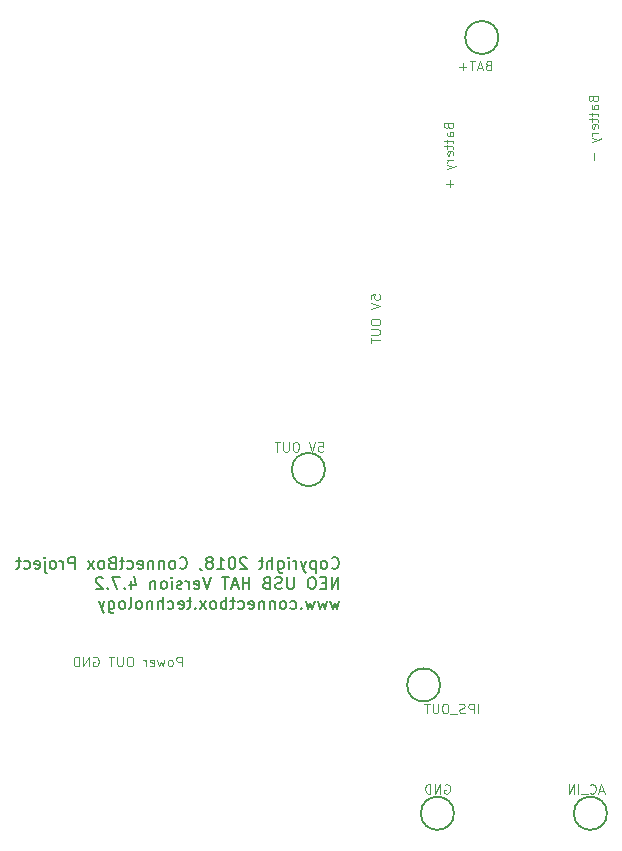
<source format=gbr>
G04 #@! TF.FileFunction,Legend,Bot*
%FSLAX46Y46*%
G04 Gerber Fmt 4.6, Leading zero omitted, Abs format (unit mm)*
G04 Created by KiCad (PCBNEW 4.0.6) date Monday, July 30, 2018 'PMt' 08:55:28 PM*
%MOMM*%
%LPD*%
G01*
G04 APERTURE LIST*
%ADD10C,0.100000*%
%ADD11C,0.125000*%
%ADD12C,0.200000*%
%ADD13C,0.150000*%
G04 APERTURE END LIST*
D10*
D11*
X173488161Y-130841733D02*
X173107209Y-130841733D01*
X173564352Y-131070305D02*
X173297685Y-130270305D01*
X173031018Y-131070305D01*
X172307209Y-130994114D02*
X172345304Y-131032210D01*
X172459590Y-131070305D01*
X172535780Y-131070305D01*
X172650066Y-131032210D01*
X172726257Y-130956019D01*
X172764352Y-130879829D01*
X172802447Y-130727448D01*
X172802447Y-130613162D01*
X172764352Y-130460781D01*
X172726257Y-130384590D01*
X172650066Y-130308400D01*
X172535780Y-130270305D01*
X172459590Y-130270305D01*
X172345304Y-130308400D01*
X172307209Y-130346495D01*
X172154828Y-131146495D02*
X171545304Y-131146495D01*
X171354828Y-131070305D02*
X171354828Y-130270305D01*
X170973876Y-131070305D02*
X170973876Y-130270305D01*
X170516733Y-131070305D01*
X170516733Y-130270305D01*
X149326399Y-101314305D02*
X149707352Y-101314305D01*
X149745447Y-101695257D01*
X149707352Y-101657162D01*
X149631161Y-101619067D01*
X149440685Y-101619067D01*
X149364495Y-101657162D01*
X149326399Y-101695257D01*
X149288304Y-101771448D01*
X149288304Y-101961924D01*
X149326399Y-102038114D01*
X149364495Y-102076210D01*
X149440685Y-102114305D01*
X149631161Y-102114305D01*
X149707352Y-102076210D01*
X149745447Y-102038114D01*
X149059733Y-101314305D02*
X148793066Y-102114305D01*
X148526399Y-101314305D01*
X147497828Y-101314305D02*
X147345447Y-101314305D01*
X147269256Y-101352400D01*
X147193066Y-101428590D01*
X147154971Y-101580971D01*
X147154971Y-101847638D01*
X147193066Y-102000019D01*
X147269256Y-102076210D01*
X147345447Y-102114305D01*
X147497828Y-102114305D01*
X147574018Y-102076210D01*
X147650209Y-102000019D01*
X147688304Y-101847638D01*
X147688304Y-101580971D01*
X147650209Y-101428590D01*
X147574018Y-101352400D01*
X147497828Y-101314305D01*
X146812114Y-101314305D02*
X146812114Y-101961924D01*
X146774019Y-102038114D01*
X146735923Y-102076210D01*
X146659733Y-102114305D01*
X146507352Y-102114305D01*
X146431161Y-102076210D01*
X146393066Y-102038114D01*
X146354971Y-101961924D01*
X146354971Y-101314305D01*
X146088305Y-101314305D02*
X145631162Y-101314305D01*
X145859733Y-102114305D02*
X145859733Y-101314305D01*
X162858171Y-124263105D02*
X162858171Y-123463105D01*
X162477219Y-124263105D02*
X162477219Y-123463105D01*
X162172457Y-123463105D01*
X162096266Y-123501200D01*
X162058171Y-123539295D01*
X162020076Y-123615486D01*
X162020076Y-123729771D01*
X162058171Y-123805962D01*
X162096266Y-123844057D01*
X162172457Y-123882152D01*
X162477219Y-123882152D01*
X161715314Y-124225010D02*
X161601028Y-124263105D01*
X161410552Y-124263105D01*
X161334362Y-124225010D01*
X161296266Y-124186914D01*
X161258171Y-124110724D01*
X161258171Y-124034533D01*
X161296266Y-123958343D01*
X161334362Y-123920248D01*
X161410552Y-123882152D01*
X161562933Y-123844057D01*
X161639124Y-123805962D01*
X161677219Y-123767867D01*
X161715314Y-123691676D01*
X161715314Y-123615486D01*
X161677219Y-123539295D01*
X161639124Y-123501200D01*
X161562933Y-123463105D01*
X161372457Y-123463105D01*
X161258171Y-123501200D01*
X161105790Y-124339295D02*
X160496266Y-124339295D01*
X160153409Y-123463105D02*
X160001028Y-123463105D01*
X159924837Y-123501200D01*
X159848647Y-123577390D01*
X159810552Y-123729771D01*
X159810552Y-123996438D01*
X159848647Y-124148819D01*
X159924837Y-124225010D01*
X160001028Y-124263105D01*
X160153409Y-124263105D01*
X160229599Y-124225010D01*
X160305790Y-124148819D01*
X160343885Y-123996438D01*
X160343885Y-123729771D01*
X160305790Y-123577390D01*
X160229599Y-123501200D01*
X160153409Y-123463105D01*
X159467695Y-123463105D02*
X159467695Y-124110724D01*
X159429600Y-124186914D01*
X159391504Y-124225010D01*
X159315314Y-124263105D01*
X159162933Y-124263105D01*
X159086742Y-124225010D01*
X159048647Y-124186914D01*
X159010552Y-124110724D01*
X159010552Y-123463105D01*
X158743886Y-123463105D02*
X158286743Y-123463105D01*
X158515314Y-124263105D02*
X158515314Y-123463105D01*
X163696514Y-69411857D02*
X163582228Y-69449952D01*
X163544133Y-69488048D01*
X163506038Y-69564238D01*
X163506038Y-69678524D01*
X163544133Y-69754714D01*
X163582228Y-69792810D01*
X163658419Y-69830905D01*
X163963181Y-69830905D01*
X163963181Y-69030905D01*
X163696514Y-69030905D01*
X163620324Y-69069000D01*
X163582228Y-69107095D01*
X163544133Y-69183286D01*
X163544133Y-69259476D01*
X163582228Y-69335667D01*
X163620324Y-69373762D01*
X163696514Y-69411857D01*
X163963181Y-69411857D01*
X163201276Y-69602333D02*
X162820324Y-69602333D01*
X163277467Y-69830905D02*
X163010800Y-69030905D01*
X162744133Y-69830905D01*
X162591753Y-69030905D02*
X162134610Y-69030905D01*
X162363181Y-69830905D02*
X162363181Y-69030905D01*
X161867943Y-69526143D02*
X161258419Y-69526143D01*
X161563181Y-69830905D02*
X161563181Y-69221381D01*
X160045323Y-130308400D02*
X160121514Y-130270305D01*
X160235799Y-130270305D01*
X160350085Y-130308400D01*
X160426276Y-130384590D01*
X160464371Y-130460781D01*
X160502466Y-130613162D01*
X160502466Y-130727448D01*
X160464371Y-130879829D01*
X160426276Y-130956019D01*
X160350085Y-131032210D01*
X160235799Y-131070305D01*
X160159609Y-131070305D01*
X160045323Y-131032210D01*
X160007228Y-130994114D01*
X160007228Y-130727448D01*
X160159609Y-130727448D01*
X159664371Y-131070305D02*
X159664371Y-130270305D01*
X159207228Y-131070305D01*
X159207228Y-130270305D01*
X158826276Y-131070305D02*
X158826276Y-130270305D01*
X158635800Y-130270305D01*
X158521514Y-130308400D01*
X158445323Y-130384590D01*
X158407228Y-130460781D01*
X158369133Y-130613162D01*
X158369133Y-130727448D01*
X158407228Y-130879829D01*
X158445323Y-130956019D01*
X158521514Y-131032210D01*
X158635800Y-131070305D01*
X158826276Y-131070305D01*
X153765305Y-89230401D02*
X153765305Y-88849448D01*
X154146257Y-88811353D01*
X154108162Y-88849448D01*
X154070067Y-88925639D01*
X154070067Y-89116115D01*
X154108162Y-89192305D01*
X154146257Y-89230401D01*
X154222448Y-89268496D01*
X154412924Y-89268496D01*
X154489114Y-89230401D01*
X154527210Y-89192305D01*
X154565305Y-89116115D01*
X154565305Y-88925639D01*
X154527210Y-88849448D01*
X154489114Y-88811353D01*
X153765305Y-89497067D02*
X154565305Y-89763734D01*
X153765305Y-90030401D01*
X153765305Y-91058972D02*
X153765305Y-91211353D01*
X153803400Y-91287544D01*
X153879590Y-91363734D01*
X154031971Y-91401829D01*
X154298638Y-91401829D01*
X154451019Y-91363734D01*
X154527210Y-91287544D01*
X154565305Y-91211353D01*
X154565305Y-91058972D01*
X154527210Y-90982782D01*
X154451019Y-90906591D01*
X154298638Y-90868496D01*
X154031971Y-90868496D01*
X153879590Y-90906591D01*
X153803400Y-90982782D01*
X153765305Y-91058972D01*
X153765305Y-91744686D02*
X154412924Y-91744686D01*
X154489114Y-91782781D01*
X154527210Y-91820877D01*
X154565305Y-91897067D01*
X154565305Y-92049448D01*
X154527210Y-92125639D01*
X154489114Y-92163734D01*
X154412924Y-92201829D01*
X153765305Y-92201829D01*
X153765305Y-92468495D02*
X153765305Y-92925638D01*
X154565305Y-92697067D02*
X153765305Y-92697067D01*
X172586657Y-72269657D02*
X172624752Y-72383943D01*
X172662848Y-72422038D01*
X172739038Y-72460133D01*
X172853324Y-72460133D01*
X172929514Y-72422038D01*
X172967610Y-72383943D01*
X173005705Y-72307752D01*
X173005705Y-72002990D01*
X172205705Y-72002990D01*
X172205705Y-72269657D01*
X172243800Y-72345847D01*
X172281895Y-72383943D01*
X172358086Y-72422038D01*
X172434276Y-72422038D01*
X172510467Y-72383943D01*
X172548562Y-72345847D01*
X172586657Y-72269657D01*
X172586657Y-72002990D01*
X173005705Y-73145847D02*
X172586657Y-73145847D01*
X172510467Y-73107752D01*
X172472371Y-73031562D01*
X172472371Y-72879181D01*
X172510467Y-72802990D01*
X172967610Y-73145847D02*
X173005705Y-73069657D01*
X173005705Y-72879181D01*
X172967610Y-72802990D01*
X172891419Y-72764895D01*
X172815229Y-72764895D01*
X172739038Y-72802990D01*
X172700943Y-72879181D01*
X172700943Y-73069657D01*
X172662848Y-73145847D01*
X172472371Y-73412514D02*
X172472371Y-73717276D01*
X172205705Y-73526800D02*
X172891419Y-73526800D01*
X172967610Y-73564895D01*
X173005705Y-73641086D01*
X173005705Y-73717276D01*
X172472371Y-73869657D02*
X172472371Y-74174419D01*
X172205705Y-73983943D02*
X172891419Y-73983943D01*
X172967610Y-74022038D01*
X173005705Y-74098229D01*
X173005705Y-74174419D01*
X172967610Y-74745848D02*
X173005705Y-74669658D01*
X173005705Y-74517277D01*
X172967610Y-74441086D01*
X172891419Y-74402991D01*
X172586657Y-74402991D01*
X172510467Y-74441086D01*
X172472371Y-74517277D01*
X172472371Y-74669658D01*
X172510467Y-74745848D01*
X172586657Y-74783943D01*
X172662848Y-74783943D01*
X172739038Y-74402991D01*
X173005705Y-75126800D02*
X172472371Y-75126800D01*
X172624752Y-75126800D02*
X172548562Y-75164895D01*
X172510467Y-75202991D01*
X172472371Y-75279181D01*
X172472371Y-75355372D01*
X172472371Y-75545848D02*
X173005705Y-75736324D01*
X172472371Y-75926800D02*
X173005705Y-75736324D01*
X173196181Y-75660133D01*
X173234276Y-75622038D01*
X173272371Y-75545848D01*
X172700943Y-76841086D02*
X172700943Y-77450610D01*
X160343857Y-74555657D02*
X160381952Y-74669943D01*
X160420048Y-74708038D01*
X160496238Y-74746133D01*
X160610524Y-74746133D01*
X160686714Y-74708038D01*
X160724810Y-74669943D01*
X160762905Y-74593752D01*
X160762905Y-74288990D01*
X159962905Y-74288990D01*
X159962905Y-74555657D01*
X160001000Y-74631847D01*
X160039095Y-74669943D01*
X160115286Y-74708038D01*
X160191476Y-74708038D01*
X160267667Y-74669943D01*
X160305762Y-74631847D01*
X160343857Y-74555657D01*
X160343857Y-74288990D01*
X160762905Y-75431847D02*
X160343857Y-75431847D01*
X160267667Y-75393752D01*
X160229571Y-75317562D01*
X160229571Y-75165181D01*
X160267667Y-75088990D01*
X160724810Y-75431847D02*
X160762905Y-75355657D01*
X160762905Y-75165181D01*
X160724810Y-75088990D01*
X160648619Y-75050895D01*
X160572429Y-75050895D01*
X160496238Y-75088990D01*
X160458143Y-75165181D01*
X160458143Y-75355657D01*
X160420048Y-75431847D01*
X160229571Y-75698514D02*
X160229571Y-76003276D01*
X159962905Y-75812800D02*
X160648619Y-75812800D01*
X160724810Y-75850895D01*
X160762905Y-75927086D01*
X160762905Y-76003276D01*
X160229571Y-76155657D02*
X160229571Y-76460419D01*
X159962905Y-76269943D02*
X160648619Y-76269943D01*
X160724810Y-76308038D01*
X160762905Y-76384229D01*
X160762905Y-76460419D01*
X160724810Y-77031848D02*
X160762905Y-76955658D01*
X160762905Y-76803277D01*
X160724810Y-76727086D01*
X160648619Y-76688991D01*
X160343857Y-76688991D01*
X160267667Y-76727086D01*
X160229571Y-76803277D01*
X160229571Y-76955658D01*
X160267667Y-77031848D01*
X160343857Y-77069943D01*
X160420048Y-77069943D01*
X160496238Y-76688991D01*
X160762905Y-77412800D02*
X160229571Y-77412800D01*
X160381952Y-77412800D02*
X160305762Y-77450895D01*
X160267667Y-77488991D01*
X160229571Y-77565181D01*
X160229571Y-77641372D01*
X160229571Y-77831848D02*
X160762905Y-78022324D01*
X160229571Y-78212800D02*
X160762905Y-78022324D01*
X160953381Y-77946133D01*
X160991476Y-77908038D01*
X161029571Y-77831848D01*
X160458143Y-79127086D02*
X160458143Y-79736610D01*
X160762905Y-79431848D02*
X160153381Y-79431848D01*
X137749981Y-120275305D02*
X137749981Y-119475305D01*
X137445219Y-119475305D01*
X137369028Y-119513400D01*
X137330933Y-119551495D01*
X137292838Y-119627686D01*
X137292838Y-119741971D01*
X137330933Y-119818162D01*
X137369028Y-119856257D01*
X137445219Y-119894352D01*
X137749981Y-119894352D01*
X136835695Y-120275305D02*
X136911886Y-120237210D01*
X136949981Y-120199114D01*
X136988076Y-120122924D01*
X136988076Y-119894352D01*
X136949981Y-119818162D01*
X136911886Y-119780067D01*
X136835695Y-119741971D01*
X136721409Y-119741971D01*
X136645219Y-119780067D01*
X136607124Y-119818162D01*
X136569028Y-119894352D01*
X136569028Y-120122924D01*
X136607124Y-120199114D01*
X136645219Y-120237210D01*
X136721409Y-120275305D01*
X136835695Y-120275305D01*
X136302361Y-119741971D02*
X136149980Y-120275305D01*
X135997599Y-119894352D01*
X135845218Y-120275305D01*
X135692837Y-119741971D01*
X135083314Y-120237210D02*
X135159504Y-120275305D01*
X135311885Y-120275305D01*
X135388076Y-120237210D01*
X135426171Y-120161019D01*
X135426171Y-119856257D01*
X135388076Y-119780067D01*
X135311885Y-119741971D01*
X135159504Y-119741971D01*
X135083314Y-119780067D01*
X135045219Y-119856257D01*
X135045219Y-119932448D01*
X135426171Y-120008638D01*
X134702362Y-120275305D02*
X134702362Y-119741971D01*
X134702362Y-119894352D02*
X134664267Y-119818162D01*
X134626171Y-119780067D01*
X134549981Y-119741971D01*
X134473790Y-119741971D01*
X133445219Y-119475305D02*
X133292838Y-119475305D01*
X133216647Y-119513400D01*
X133140457Y-119589590D01*
X133102362Y-119741971D01*
X133102362Y-120008638D01*
X133140457Y-120161019D01*
X133216647Y-120237210D01*
X133292838Y-120275305D01*
X133445219Y-120275305D01*
X133521409Y-120237210D01*
X133597600Y-120161019D01*
X133635695Y-120008638D01*
X133635695Y-119741971D01*
X133597600Y-119589590D01*
X133521409Y-119513400D01*
X133445219Y-119475305D01*
X132759505Y-119475305D02*
X132759505Y-120122924D01*
X132721410Y-120199114D01*
X132683314Y-120237210D01*
X132607124Y-120275305D01*
X132454743Y-120275305D01*
X132378552Y-120237210D01*
X132340457Y-120199114D01*
X132302362Y-120122924D01*
X132302362Y-119475305D01*
X132035696Y-119475305D02*
X131578553Y-119475305D01*
X131807124Y-120275305D02*
X131807124Y-119475305D01*
X130283314Y-119513400D02*
X130359505Y-119475305D01*
X130473790Y-119475305D01*
X130588076Y-119513400D01*
X130664267Y-119589590D01*
X130702362Y-119665781D01*
X130740457Y-119818162D01*
X130740457Y-119932448D01*
X130702362Y-120084829D01*
X130664267Y-120161019D01*
X130588076Y-120237210D01*
X130473790Y-120275305D01*
X130397600Y-120275305D01*
X130283314Y-120237210D01*
X130245219Y-120199114D01*
X130245219Y-119932448D01*
X130397600Y-119932448D01*
X129902362Y-120275305D02*
X129902362Y-119475305D01*
X129445219Y-120275305D01*
X129445219Y-119475305D01*
X129064267Y-120275305D02*
X129064267Y-119475305D01*
X128873791Y-119475305D01*
X128759505Y-119513400D01*
X128683314Y-119589590D01*
X128645219Y-119665781D01*
X128607124Y-119818162D01*
X128607124Y-119932448D01*
X128645219Y-120084829D01*
X128683314Y-120161019D01*
X128759505Y-120237210D01*
X128873791Y-120275305D01*
X129064267Y-120275305D01*
D12*
X150447476Y-111941143D02*
X150495095Y-111988762D01*
X150637952Y-112036381D01*
X150733190Y-112036381D01*
X150876048Y-111988762D01*
X150971286Y-111893524D01*
X151018905Y-111798286D01*
X151066524Y-111607810D01*
X151066524Y-111464952D01*
X151018905Y-111274476D01*
X150971286Y-111179238D01*
X150876048Y-111084000D01*
X150733190Y-111036381D01*
X150637952Y-111036381D01*
X150495095Y-111084000D01*
X150447476Y-111131619D01*
X149876048Y-112036381D02*
X149971286Y-111988762D01*
X150018905Y-111941143D01*
X150066524Y-111845905D01*
X150066524Y-111560190D01*
X150018905Y-111464952D01*
X149971286Y-111417333D01*
X149876048Y-111369714D01*
X149733190Y-111369714D01*
X149637952Y-111417333D01*
X149590333Y-111464952D01*
X149542714Y-111560190D01*
X149542714Y-111845905D01*
X149590333Y-111941143D01*
X149637952Y-111988762D01*
X149733190Y-112036381D01*
X149876048Y-112036381D01*
X149114143Y-111369714D02*
X149114143Y-112369714D01*
X149114143Y-111417333D02*
X149018905Y-111369714D01*
X148828428Y-111369714D01*
X148733190Y-111417333D01*
X148685571Y-111464952D01*
X148637952Y-111560190D01*
X148637952Y-111845905D01*
X148685571Y-111941143D01*
X148733190Y-111988762D01*
X148828428Y-112036381D01*
X149018905Y-112036381D01*
X149114143Y-111988762D01*
X148304619Y-111369714D02*
X148066524Y-112036381D01*
X147828428Y-111369714D02*
X148066524Y-112036381D01*
X148161762Y-112274476D01*
X148209381Y-112322095D01*
X148304619Y-112369714D01*
X147447476Y-112036381D02*
X147447476Y-111369714D01*
X147447476Y-111560190D02*
X147399857Y-111464952D01*
X147352238Y-111417333D01*
X147257000Y-111369714D01*
X147161761Y-111369714D01*
X146828428Y-112036381D02*
X146828428Y-111369714D01*
X146828428Y-111036381D02*
X146876047Y-111084000D01*
X146828428Y-111131619D01*
X146780809Y-111084000D01*
X146828428Y-111036381D01*
X146828428Y-111131619D01*
X145923666Y-111369714D02*
X145923666Y-112179238D01*
X145971285Y-112274476D01*
X146018904Y-112322095D01*
X146114143Y-112369714D01*
X146257000Y-112369714D01*
X146352238Y-112322095D01*
X145923666Y-111988762D02*
X146018904Y-112036381D01*
X146209381Y-112036381D01*
X146304619Y-111988762D01*
X146352238Y-111941143D01*
X146399857Y-111845905D01*
X146399857Y-111560190D01*
X146352238Y-111464952D01*
X146304619Y-111417333D01*
X146209381Y-111369714D01*
X146018904Y-111369714D01*
X145923666Y-111417333D01*
X145447476Y-112036381D02*
X145447476Y-111036381D01*
X145018904Y-112036381D02*
X145018904Y-111512571D01*
X145066523Y-111417333D01*
X145161761Y-111369714D01*
X145304619Y-111369714D01*
X145399857Y-111417333D01*
X145447476Y-111464952D01*
X144685571Y-111369714D02*
X144304619Y-111369714D01*
X144542714Y-111036381D02*
X144542714Y-111893524D01*
X144495095Y-111988762D01*
X144399857Y-112036381D01*
X144304619Y-112036381D01*
X143256999Y-111131619D02*
X143209380Y-111084000D01*
X143114142Y-111036381D01*
X142876046Y-111036381D01*
X142780808Y-111084000D01*
X142733189Y-111131619D01*
X142685570Y-111226857D01*
X142685570Y-111322095D01*
X142733189Y-111464952D01*
X143304618Y-112036381D01*
X142685570Y-112036381D01*
X142066523Y-111036381D02*
X141971284Y-111036381D01*
X141876046Y-111084000D01*
X141828427Y-111131619D01*
X141780808Y-111226857D01*
X141733189Y-111417333D01*
X141733189Y-111655429D01*
X141780808Y-111845905D01*
X141828427Y-111941143D01*
X141876046Y-111988762D01*
X141971284Y-112036381D01*
X142066523Y-112036381D01*
X142161761Y-111988762D01*
X142209380Y-111941143D01*
X142256999Y-111845905D01*
X142304618Y-111655429D01*
X142304618Y-111417333D01*
X142256999Y-111226857D01*
X142209380Y-111131619D01*
X142161761Y-111084000D01*
X142066523Y-111036381D01*
X140780808Y-112036381D02*
X141352237Y-112036381D01*
X141066523Y-112036381D02*
X141066523Y-111036381D01*
X141161761Y-111179238D01*
X141256999Y-111274476D01*
X141352237Y-111322095D01*
X140209380Y-111464952D02*
X140304618Y-111417333D01*
X140352237Y-111369714D01*
X140399856Y-111274476D01*
X140399856Y-111226857D01*
X140352237Y-111131619D01*
X140304618Y-111084000D01*
X140209380Y-111036381D01*
X140018903Y-111036381D01*
X139923665Y-111084000D01*
X139876046Y-111131619D01*
X139828427Y-111226857D01*
X139828427Y-111274476D01*
X139876046Y-111369714D01*
X139923665Y-111417333D01*
X140018903Y-111464952D01*
X140209380Y-111464952D01*
X140304618Y-111512571D01*
X140352237Y-111560190D01*
X140399856Y-111655429D01*
X140399856Y-111845905D01*
X140352237Y-111941143D01*
X140304618Y-111988762D01*
X140209380Y-112036381D01*
X140018903Y-112036381D01*
X139923665Y-111988762D01*
X139876046Y-111941143D01*
X139828427Y-111845905D01*
X139828427Y-111655429D01*
X139876046Y-111560190D01*
X139923665Y-111512571D01*
X140018903Y-111464952D01*
X139352237Y-111988762D02*
X139352237Y-112036381D01*
X139399856Y-112131619D01*
X139447475Y-112179238D01*
X137590332Y-111941143D02*
X137637951Y-111988762D01*
X137780808Y-112036381D01*
X137876046Y-112036381D01*
X138018904Y-111988762D01*
X138114142Y-111893524D01*
X138161761Y-111798286D01*
X138209380Y-111607810D01*
X138209380Y-111464952D01*
X138161761Y-111274476D01*
X138114142Y-111179238D01*
X138018904Y-111084000D01*
X137876046Y-111036381D01*
X137780808Y-111036381D01*
X137637951Y-111084000D01*
X137590332Y-111131619D01*
X137018904Y-112036381D02*
X137114142Y-111988762D01*
X137161761Y-111941143D01*
X137209380Y-111845905D01*
X137209380Y-111560190D01*
X137161761Y-111464952D01*
X137114142Y-111417333D01*
X137018904Y-111369714D01*
X136876046Y-111369714D01*
X136780808Y-111417333D01*
X136733189Y-111464952D01*
X136685570Y-111560190D01*
X136685570Y-111845905D01*
X136733189Y-111941143D01*
X136780808Y-111988762D01*
X136876046Y-112036381D01*
X137018904Y-112036381D01*
X136256999Y-111369714D02*
X136256999Y-112036381D01*
X136256999Y-111464952D02*
X136209380Y-111417333D01*
X136114142Y-111369714D01*
X135971284Y-111369714D01*
X135876046Y-111417333D01*
X135828427Y-111512571D01*
X135828427Y-112036381D01*
X135352237Y-111369714D02*
X135352237Y-112036381D01*
X135352237Y-111464952D02*
X135304618Y-111417333D01*
X135209380Y-111369714D01*
X135066522Y-111369714D01*
X134971284Y-111417333D01*
X134923665Y-111512571D01*
X134923665Y-112036381D01*
X134066522Y-111988762D02*
X134161760Y-112036381D01*
X134352237Y-112036381D01*
X134447475Y-111988762D01*
X134495094Y-111893524D01*
X134495094Y-111512571D01*
X134447475Y-111417333D01*
X134352237Y-111369714D01*
X134161760Y-111369714D01*
X134066522Y-111417333D01*
X134018903Y-111512571D01*
X134018903Y-111607810D01*
X134495094Y-111703048D01*
X133161760Y-111988762D02*
X133256998Y-112036381D01*
X133447475Y-112036381D01*
X133542713Y-111988762D01*
X133590332Y-111941143D01*
X133637951Y-111845905D01*
X133637951Y-111560190D01*
X133590332Y-111464952D01*
X133542713Y-111417333D01*
X133447475Y-111369714D01*
X133256998Y-111369714D01*
X133161760Y-111417333D01*
X132876046Y-111369714D02*
X132495094Y-111369714D01*
X132733189Y-111036381D02*
X132733189Y-111893524D01*
X132685570Y-111988762D01*
X132590332Y-112036381D01*
X132495094Y-112036381D01*
X131828426Y-111512571D02*
X131685569Y-111560190D01*
X131637950Y-111607810D01*
X131590331Y-111703048D01*
X131590331Y-111845905D01*
X131637950Y-111941143D01*
X131685569Y-111988762D01*
X131780807Y-112036381D01*
X132161760Y-112036381D01*
X132161760Y-111036381D01*
X131828426Y-111036381D01*
X131733188Y-111084000D01*
X131685569Y-111131619D01*
X131637950Y-111226857D01*
X131637950Y-111322095D01*
X131685569Y-111417333D01*
X131733188Y-111464952D01*
X131828426Y-111512571D01*
X132161760Y-111512571D01*
X131018903Y-112036381D02*
X131114141Y-111988762D01*
X131161760Y-111941143D01*
X131209379Y-111845905D01*
X131209379Y-111560190D01*
X131161760Y-111464952D01*
X131114141Y-111417333D01*
X131018903Y-111369714D01*
X130876045Y-111369714D01*
X130780807Y-111417333D01*
X130733188Y-111464952D01*
X130685569Y-111560190D01*
X130685569Y-111845905D01*
X130733188Y-111941143D01*
X130780807Y-111988762D01*
X130876045Y-112036381D01*
X131018903Y-112036381D01*
X130352236Y-112036381D02*
X129828426Y-111369714D01*
X130352236Y-111369714D02*
X129828426Y-112036381D01*
X128685569Y-112036381D02*
X128685569Y-111036381D01*
X128304616Y-111036381D01*
X128209378Y-111084000D01*
X128161759Y-111131619D01*
X128114140Y-111226857D01*
X128114140Y-111369714D01*
X128161759Y-111464952D01*
X128209378Y-111512571D01*
X128304616Y-111560190D01*
X128685569Y-111560190D01*
X127685569Y-112036381D02*
X127685569Y-111369714D01*
X127685569Y-111560190D02*
X127637950Y-111464952D01*
X127590331Y-111417333D01*
X127495093Y-111369714D01*
X127399854Y-111369714D01*
X126923664Y-112036381D02*
X127018902Y-111988762D01*
X127066521Y-111941143D01*
X127114140Y-111845905D01*
X127114140Y-111560190D01*
X127066521Y-111464952D01*
X127018902Y-111417333D01*
X126923664Y-111369714D01*
X126780806Y-111369714D01*
X126685568Y-111417333D01*
X126637949Y-111464952D01*
X126590330Y-111560190D01*
X126590330Y-111845905D01*
X126637949Y-111941143D01*
X126685568Y-111988762D01*
X126780806Y-112036381D01*
X126923664Y-112036381D01*
X126161759Y-111369714D02*
X126161759Y-112226857D01*
X126209378Y-112322095D01*
X126304616Y-112369714D01*
X126352235Y-112369714D01*
X126161759Y-111036381D02*
X126209378Y-111084000D01*
X126161759Y-111131619D01*
X126114140Y-111084000D01*
X126161759Y-111036381D01*
X126161759Y-111131619D01*
X125304616Y-111988762D02*
X125399854Y-112036381D01*
X125590331Y-112036381D01*
X125685569Y-111988762D01*
X125733188Y-111893524D01*
X125733188Y-111512571D01*
X125685569Y-111417333D01*
X125590331Y-111369714D01*
X125399854Y-111369714D01*
X125304616Y-111417333D01*
X125256997Y-111512571D01*
X125256997Y-111607810D01*
X125733188Y-111703048D01*
X124399854Y-111988762D02*
X124495092Y-112036381D01*
X124685569Y-112036381D01*
X124780807Y-111988762D01*
X124828426Y-111941143D01*
X124876045Y-111845905D01*
X124876045Y-111560190D01*
X124828426Y-111464952D01*
X124780807Y-111417333D01*
X124685569Y-111369714D01*
X124495092Y-111369714D01*
X124399854Y-111417333D01*
X124114140Y-111369714D02*
X123733188Y-111369714D01*
X123971283Y-111036381D02*
X123971283Y-111893524D01*
X123923664Y-111988762D01*
X123828426Y-112036381D01*
X123733188Y-112036381D01*
X151018905Y-113736381D02*
X151018905Y-112736381D01*
X150447476Y-113736381D01*
X150447476Y-112736381D01*
X149971286Y-113212571D02*
X149637952Y-113212571D01*
X149495095Y-113736381D02*
X149971286Y-113736381D01*
X149971286Y-112736381D01*
X149495095Y-112736381D01*
X148876048Y-112736381D02*
X148685571Y-112736381D01*
X148590333Y-112784000D01*
X148495095Y-112879238D01*
X148447476Y-113069714D01*
X148447476Y-113403048D01*
X148495095Y-113593524D01*
X148590333Y-113688762D01*
X148685571Y-113736381D01*
X148876048Y-113736381D01*
X148971286Y-113688762D01*
X149066524Y-113593524D01*
X149114143Y-113403048D01*
X149114143Y-113069714D01*
X149066524Y-112879238D01*
X148971286Y-112784000D01*
X148876048Y-112736381D01*
X147257000Y-112736381D02*
X147257000Y-113545905D01*
X147209381Y-113641143D01*
X147161762Y-113688762D01*
X147066524Y-113736381D01*
X146876047Y-113736381D01*
X146780809Y-113688762D01*
X146733190Y-113641143D01*
X146685571Y-113545905D01*
X146685571Y-112736381D01*
X146257000Y-113688762D02*
X146114143Y-113736381D01*
X145876047Y-113736381D01*
X145780809Y-113688762D01*
X145733190Y-113641143D01*
X145685571Y-113545905D01*
X145685571Y-113450667D01*
X145733190Y-113355429D01*
X145780809Y-113307810D01*
X145876047Y-113260190D01*
X146066524Y-113212571D01*
X146161762Y-113164952D01*
X146209381Y-113117333D01*
X146257000Y-113022095D01*
X146257000Y-112926857D01*
X146209381Y-112831619D01*
X146161762Y-112784000D01*
X146066524Y-112736381D01*
X145828428Y-112736381D01*
X145685571Y-112784000D01*
X144923666Y-113212571D02*
X144780809Y-113260190D01*
X144733190Y-113307810D01*
X144685571Y-113403048D01*
X144685571Y-113545905D01*
X144733190Y-113641143D01*
X144780809Y-113688762D01*
X144876047Y-113736381D01*
X145257000Y-113736381D01*
X145257000Y-112736381D01*
X144923666Y-112736381D01*
X144828428Y-112784000D01*
X144780809Y-112831619D01*
X144733190Y-112926857D01*
X144733190Y-113022095D01*
X144780809Y-113117333D01*
X144828428Y-113164952D01*
X144923666Y-113212571D01*
X145257000Y-113212571D01*
X143495095Y-113736381D02*
X143495095Y-112736381D01*
X143495095Y-113212571D02*
X142923666Y-113212571D01*
X142923666Y-113736381D02*
X142923666Y-112736381D01*
X142495095Y-113450667D02*
X142018904Y-113450667D01*
X142590333Y-113736381D02*
X142257000Y-112736381D01*
X141923666Y-113736381D01*
X141733190Y-112736381D02*
X141161761Y-112736381D01*
X141447476Y-113736381D02*
X141447476Y-112736381D01*
X140209380Y-112736381D02*
X139876047Y-113736381D01*
X139542713Y-112736381D01*
X138828427Y-113688762D02*
X138923665Y-113736381D01*
X139114142Y-113736381D01*
X139209380Y-113688762D01*
X139256999Y-113593524D01*
X139256999Y-113212571D01*
X139209380Y-113117333D01*
X139114142Y-113069714D01*
X138923665Y-113069714D01*
X138828427Y-113117333D01*
X138780808Y-113212571D01*
X138780808Y-113307810D01*
X139256999Y-113403048D01*
X138352237Y-113736381D02*
X138352237Y-113069714D01*
X138352237Y-113260190D02*
X138304618Y-113164952D01*
X138256999Y-113117333D01*
X138161761Y-113069714D01*
X138066522Y-113069714D01*
X137780808Y-113688762D02*
X137685570Y-113736381D01*
X137495094Y-113736381D01*
X137399855Y-113688762D01*
X137352236Y-113593524D01*
X137352236Y-113545905D01*
X137399855Y-113450667D01*
X137495094Y-113403048D01*
X137637951Y-113403048D01*
X137733189Y-113355429D01*
X137780808Y-113260190D01*
X137780808Y-113212571D01*
X137733189Y-113117333D01*
X137637951Y-113069714D01*
X137495094Y-113069714D01*
X137399855Y-113117333D01*
X136923665Y-113736381D02*
X136923665Y-113069714D01*
X136923665Y-112736381D02*
X136971284Y-112784000D01*
X136923665Y-112831619D01*
X136876046Y-112784000D01*
X136923665Y-112736381D01*
X136923665Y-112831619D01*
X136304618Y-113736381D02*
X136399856Y-113688762D01*
X136447475Y-113641143D01*
X136495094Y-113545905D01*
X136495094Y-113260190D01*
X136447475Y-113164952D01*
X136399856Y-113117333D01*
X136304618Y-113069714D01*
X136161760Y-113069714D01*
X136066522Y-113117333D01*
X136018903Y-113164952D01*
X135971284Y-113260190D01*
X135971284Y-113545905D01*
X136018903Y-113641143D01*
X136066522Y-113688762D01*
X136161760Y-113736381D01*
X136304618Y-113736381D01*
X135542713Y-113069714D02*
X135542713Y-113736381D01*
X135542713Y-113164952D02*
X135495094Y-113117333D01*
X135399856Y-113069714D01*
X135256998Y-113069714D01*
X135161760Y-113117333D01*
X135114141Y-113212571D01*
X135114141Y-113736381D01*
X133447474Y-113069714D02*
X133447474Y-113736381D01*
X133685570Y-112688762D02*
X133923665Y-113403048D01*
X133304617Y-113403048D01*
X132923665Y-113641143D02*
X132876046Y-113688762D01*
X132923665Y-113736381D01*
X132971284Y-113688762D01*
X132923665Y-113641143D01*
X132923665Y-113736381D01*
X132542713Y-112736381D02*
X131876046Y-112736381D01*
X132304618Y-113736381D01*
X131495094Y-113641143D02*
X131447475Y-113688762D01*
X131495094Y-113736381D01*
X131542713Y-113688762D01*
X131495094Y-113641143D01*
X131495094Y-113736381D01*
X131066523Y-112831619D02*
X131018904Y-112784000D01*
X130923666Y-112736381D01*
X130685570Y-112736381D01*
X130590332Y-112784000D01*
X130542713Y-112831619D01*
X130495094Y-112926857D01*
X130495094Y-113022095D01*
X130542713Y-113164952D01*
X131114142Y-113736381D01*
X130495094Y-113736381D01*
X151114143Y-114769714D02*
X150923667Y-115436381D01*
X150733190Y-114960190D01*
X150542714Y-115436381D01*
X150352238Y-114769714D01*
X150066524Y-114769714D02*
X149876048Y-115436381D01*
X149685571Y-114960190D01*
X149495095Y-115436381D01*
X149304619Y-114769714D01*
X149018905Y-114769714D02*
X148828429Y-115436381D01*
X148637952Y-114960190D01*
X148447476Y-115436381D01*
X148257000Y-114769714D01*
X147876048Y-115341143D02*
X147828429Y-115388762D01*
X147876048Y-115436381D01*
X147923667Y-115388762D01*
X147876048Y-115341143D01*
X147876048Y-115436381D01*
X146971286Y-115388762D02*
X147066524Y-115436381D01*
X147257001Y-115436381D01*
X147352239Y-115388762D01*
X147399858Y-115341143D01*
X147447477Y-115245905D01*
X147447477Y-114960190D01*
X147399858Y-114864952D01*
X147352239Y-114817333D01*
X147257001Y-114769714D01*
X147066524Y-114769714D01*
X146971286Y-114817333D01*
X146399858Y-115436381D02*
X146495096Y-115388762D01*
X146542715Y-115341143D01*
X146590334Y-115245905D01*
X146590334Y-114960190D01*
X146542715Y-114864952D01*
X146495096Y-114817333D01*
X146399858Y-114769714D01*
X146257000Y-114769714D01*
X146161762Y-114817333D01*
X146114143Y-114864952D01*
X146066524Y-114960190D01*
X146066524Y-115245905D01*
X146114143Y-115341143D01*
X146161762Y-115388762D01*
X146257000Y-115436381D01*
X146399858Y-115436381D01*
X145637953Y-114769714D02*
X145637953Y-115436381D01*
X145637953Y-114864952D02*
X145590334Y-114817333D01*
X145495096Y-114769714D01*
X145352238Y-114769714D01*
X145257000Y-114817333D01*
X145209381Y-114912571D01*
X145209381Y-115436381D01*
X144733191Y-114769714D02*
X144733191Y-115436381D01*
X144733191Y-114864952D02*
X144685572Y-114817333D01*
X144590334Y-114769714D01*
X144447476Y-114769714D01*
X144352238Y-114817333D01*
X144304619Y-114912571D01*
X144304619Y-115436381D01*
X143447476Y-115388762D02*
X143542714Y-115436381D01*
X143733191Y-115436381D01*
X143828429Y-115388762D01*
X143876048Y-115293524D01*
X143876048Y-114912571D01*
X143828429Y-114817333D01*
X143733191Y-114769714D01*
X143542714Y-114769714D01*
X143447476Y-114817333D01*
X143399857Y-114912571D01*
X143399857Y-115007810D01*
X143876048Y-115103048D01*
X142542714Y-115388762D02*
X142637952Y-115436381D01*
X142828429Y-115436381D01*
X142923667Y-115388762D01*
X142971286Y-115341143D01*
X143018905Y-115245905D01*
X143018905Y-114960190D01*
X142971286Y-114864952D01*
X142923667Y-114817333D01*
X142828429Y-114769714D01*
X142637952Y-114769714D01*
X142542714Y-114817333D01*
X142257000Y-114769714D02*
X141876048Y-114769714D01*
X142114143Y-114436381D02*
X142114143Y-115293524D01*
X142066524Y-115388762D01*
X141971286Y-115436381D01*
X141876048Y-115436381D01*
X141542714Y-115436381D02*
X141542714Y-114436381D01*
X141542714Y-114817333D02*
X141447476Y-114769714D01*
X141256999Y-114769714D01*
X141161761Y-114817333D01*
X141114142Y-114864952D01*
X141066523Y-114960190D01*
X141066523Y-115245905D01*
X141114142Y-115341143D01*
X141161761Y-115388762D01*
X141256999Y-115436381D01*
X141447476Y-115436381D01*
X141542714Y-115388762D01*
X140495095Y-115436381D02*
X140590333Y-115388762D01*
X140637952Y-115341143D01*
X140685571Y-115245905D01*
X140685571Y-114960190D01*
X140637952Y-114864952D01*
X140590333Y-114817333D01*
X140495095Y-114769714D01*
X140352237Y-114769714D01*
X140256999Y-114817333D01*
X140209380Y-114864952D01*
X140161761Y-114960190D01*
X140161761Y-115245905D01*
X140209380Y-115341143D01*
X140256999Y-115388762D01*
X140352237Y-115436381D01*
X140495095Y-115436381D01*
X139828428Y-115436381D02*
X139304618Y-114769714D01*
X139828428Y-114769714D02*
X139304618Y-115436381D01*
X138923666Y-115341143D02*
X138876047Y-115388762D01*
X138923666Y-115436381D01*
X138971285Y-115388762D01*
X138923666Y-115341143D01*
X138923666Y-115436381D01*
X138590333Y-114769714D02*
X138209381Y-114769714D01*
X138447476Y-114436381D02*
X138447476Y-115293524D01*
X138399857Y-115388762D01*
X138304619Y-115436381D01*
X138209381Y-115436381D01*
X137495094Y-115388762D02*
X137590332Y-115436381D01*
X137780809Y-115436381D01*
X137876047Y-115388762D01*
X137923666Y-115293524D01*
X137923666Y-114912571D01*
X137876047Y-114817333D01*
X137780809Y-114769714D01*
X137590332Y-114769714D01*
X137495094Y-114817333D01*
X137447475Y-114912571D01*
X137447475Y-115007810D01*
X137923666Y-115103048D01*
X136590332Y-115388762D02*
X136685570Y-115436381D01*
X136876047Y-115436381D01*
X136971285Y-115388762D01*
X137018904Y-115341143D01*
X137066523Y-115245905D01*
X137066523Y-114960190D01*
X137018904Y-114864952D01*
X136971285Y-114817333D01*
X136876047Y-114769714D01*
X136685570Y-114769714D01*
X136590332Y-114817333D01*
X136161761Y-115436381D02*
X136161761Y-114436381D01*
X135733189Y-115436381D02*
X135733189Y-114912571D01*
X135780808Y-114817333D01*
X135876046Y-114769714D01*
X136018904Y-114769714D01*
X136114142Y-114817333D01*
X136161761Y-114864952D01*
X135256999Y-114769714D02*
X135256999Y-115436381D01*
X135256999Y-114864952D02*
X135209380Y-114817333D01*
X135114142Y-114769714D01*
X134971284Y-114769714D01*
X134876046Y-114817333D01*
X134828427Y-114912571D01*
X134828427Y-115436381D01*
X134209380Y-115436381D02*
X134304618Y-115388762D01*
X134352237Y-115341143D01*
X134399856Y-115245905D01*
X134399856Y-114960190D01*
X134352237Y-114864952D01*
X134304618Y-114817333D01*
X134209380Y-114769714D01*
X134066522Y-114769714D01*
X133971284Y-114817333D01*
X133923665Y-114864952D01*
X133876046Y-114960190D01*
X133876046Y-115245905D01*
X133923665Y-115341143D01*
X133971284Y-115388762D01*
X134066522Y-115436381D01*
X134209380Y-115436381D01*
X133304618Y-115436381D02*
X133399856Y-115388762D01*
X133447475Y-115293524D01*
X133447475Y-114436381D01*
X132780808Y-115436381D02*
X132876046Y-115388762D01*
X132923665Y-115341143D01*
X132971284Y-115245905D01*
X132971284Y-114960190D01*
X132923665Y-114864952D01*
X132876046Y-114817333D01*
X132780808Y-114769714D01*
X132637950Y-114769714D01*
X132542712Y-114817333D01*
X132495093Y-114864952D01*
X132447474Y-114960190D01*
X132447474Y-115245905D01*
X132495093Y-115341143D01*
X132542712Y-115388762D01*
X132637950Y-115436381D01*
X132780808Y-115436381D01*
X131590331Y-114769714D02*
X131590331Y-115579238D01*
X131637950Y-115674476D01*
X131685569Y-115722095D01*
X131780808Y-115769714D01*
X131923665Y-115769714D01*
X132018903Y-115722095D01*
X131590331Y-115388762D02*
X131685569Y-115436381D01*
X131876046Y-115436381D01*
X131971284Y-115388762D01*
X132018903Y-115341143D01*
X132066522Y-115245905D01*
X132066522Y-114960190D01*
X132018903Y-114864952D01*
X131971284Y-114817333D01*
X131876046Y-114769714D01*
X131685569Y-114769714D01*
X131590331Y-114817333D01*
X131209379Y-114769714D02*
X130971284Y-115436381D01*
X130733188Y-114769714D02*
X130971284Y-115436381D01*
X131066522Y-115674476D01*
X131114141Y-115722095D01*
X131209379Y-115769714D01*
D13*
X149888400Y-103632000D02*
G75*
G03X149888400Y-103632000I-1400000J0D01*
G01*
X173764400Y-132740400D02*
G75*
G03X173764400Y-132740400I-1400000J0D01*
G01*
X164569600Y-67056000D02*
G75*
G03X164569600Y-67056000I-1400000J0D01*
G01*
X160810400Y-132740400D02*
G75*
G03X160810400Y-132740400I-1400000J0D01*
G01*
X159642000Y-121869200D02*
G75*
G03X159642000Y-121869200I-1400000J0D01*
G01*
M02*

</source>
